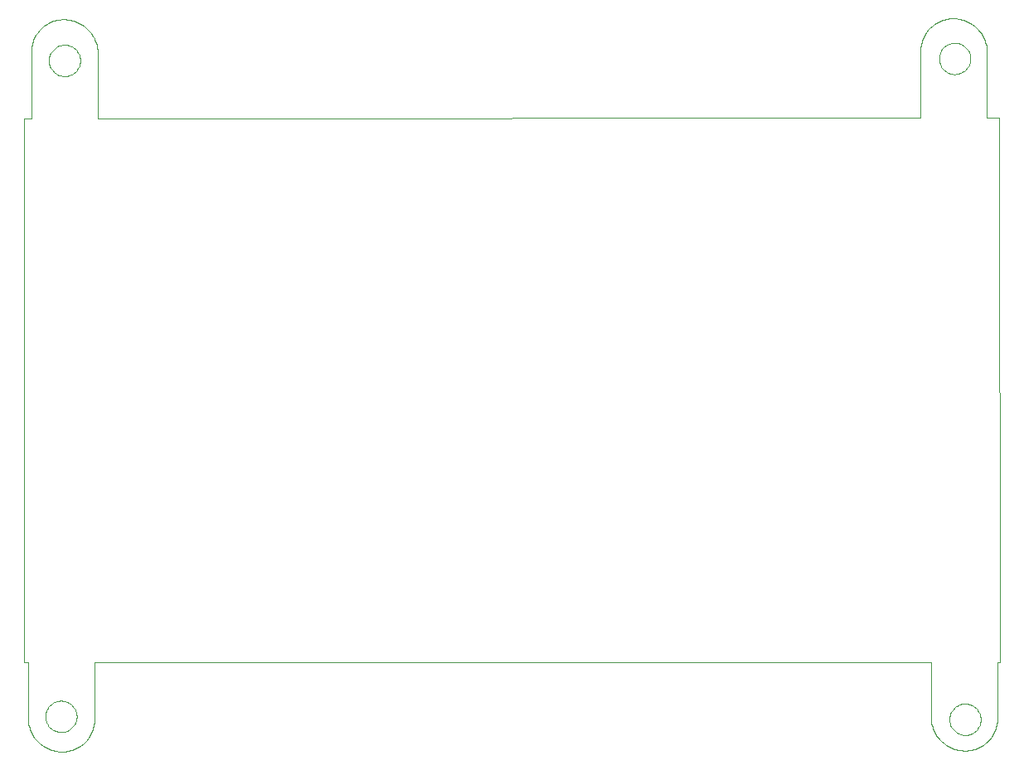
<source format=gbp>
G75*
G70*
%OFA0B0*%
%FSLAX24Y24*%
%IPPOS*%
%LPD*%
%AMOC8*
5,1,8,0,0,1.08239X$1,22.5*
%
%ADD10C,0.0000*%
D10*
X001652Y000107D02*
X001722Y000109D01*
X001792Y000115D01*
X001862Y000124D01*
X001931Y000137D01*
X002000Y000154D01*
X002067Y000175D01*
X002133Y000199D01*
X002197Y000227D01*
X002260Y000258D01*
X002322Y000293D01*
X002381Y000331D01*
X002438Y000372D01*
X002493Y000416D01*
X002545Y000463D01*
X002595Y000513D01*
X002642Y000565D01*
X002686Y000620D01*
X002727Y000677D01*
X002765Y000736D01*
X002800Y000798D01*
X002831Y000861D01*
X002859Y000925D01*
X002883Y000991D01*
X002904Y001058D01*
X002921Y001127D01*
X002934Y001196D01*
X002943Y001266D01*
X002949Y001336D01*
X002951Y001406D01*
X002951Y003690D01*
X036573Y003690D01*
X036573Y001524D01*
X036575Y001452D01*
X036581Y001380D01*
X036590Y001308D01*
X036603Y001237D01*
X036620Y001167D01*
X036640Y001098D01*
X036665Y001030D01*
X036692Y000964D01*
X036723Y000898D01*
X036758Y000835D01*
X036795Y000773D01*
X036836Y000714D01*
X036880Y000657D01*
X036927Y000602D01*
X036977Y000550D01*
X037029Y000500D01*
X037084Y000453D01*
X037141Y000409D01*
X037200Y000368D01*
X037262Y000331D01*
X037325Y000296D01*
X037391Y000265D01*
X037457Y000238D01*
X037525Y000213D01*
X037594Y000193D01*
X037664Y000176D01*
X037735Y000163D01*
X037807Y000154D01*
X037879Y000148D01*
X037951Y000146D01*
X037321Y001406D02*
X037323Y001456D01*
X037329Y001506D01*
X037339Y001555D01*
X037353Y001603D01*
X037370Y001650D01*
X037391Y001695D01*
X037416Y001739D01*
X037444Y001780D01*
X037476Y001819D01*
X037510Y001856D01*
X037547Y001890D01*
X037587Y001920D01*
X037629Y001947D01*
X037673Y001971D01*
X037719Y001992D01*
X037766Y002008D01*
X037814Y002021D01*
X037864Y002030D01*
X037913Y002035D01*
X037964Y002036D01*
X038014Y002033D01*
X038063Y002026D01*
X038112Y002015D01*
X038160Y002000D01*
X038206Y001982D01*
X038251Y001960D01*
X038294Y001934D01*
X038335Y001905D01*
X038374Y001873D01*
X038410Y001838D01*
X038442Y001800D01*
X038472Y001760D01*
X038499Y001717D01*
X038522Y001673D01*
X038541Y001627D01*
X038557Y001579D01*
X038569Y001530D01*
X038577Y001481D01*
X038581Y001431D01*
X038581Y001381D01*
X038577Y001331D01*
X038569Y001282D01*
X038557Y001233D01*
X038541Y001185D01*
X038522Y001139D01*
X038499Y001095D01*
X038472Y001052D01*
X038442Y001012D01*
X038410Y000974D01*
X038374Y000939D01*
X038335Y000907D01*
X038294Y000878D01*
X038251Y000852D01*
X038206Y000830D01*
X038160Y000812D01*
X038112Y000797D01*
X038063Y000786D01*
X038014Y000779D01*
X037964Y000776D01*
X037913Y000777D01*
X037864Y000782D01*
X037814Y000791D01*
X037766Y000804D01*
X037719Y000820D01*
X037673Y000841D01*
X037629Y000865D01*
X037587Y000892D01*
X037547Y000922D01*
X037510Y000956D01*
X037476Y000993D01*
X037444Y001032D01*
X037416Y001073D01*
X037391Y001117D01*
X037370Y001162D01*
X037353Y001209D01*
X037339Y001257D01*
X037329Y001306D01*
X037323Y001356D01*
X037321Y001406D01*
X037951Y000147D02*
X038021Y000149D01*
X038091Y000155D01*
X038161Y000164D01*
X038230Y000177D01*
X038299Y000194D01*
X038366Y000215D01*
X038432Y000239D01*
X038496Y000267D01*
X038559Y000298D01*
X038621Y000333D01*
X038680Y000371D01*
X038737Y000412D01*
X038792Y000456D01*
X038844Y000503D01*
X038894Y000553D01*
X038941Y000605D01*
X038985Y000660D01*
X039026Y000717D01*
X039064Y000776D01*
X039099Y000838D01*
X039130Y000901D01*
X039158Y000965D01*
X039182Y001031D01*
X039203Y001098D01*
X039220Y001167D01*
X039233Y001236D01*
X039242Y001306D01*
X039248Y001376D01*
X039250Y001446D01*
X039250Y003690D01*
X039349Y003690D01*
X039329Y025619D01*
X038837Y025619D01*
X038837Y028217D01*
X036907Y027981D02*
X036909Y028031D01*
X036915Y028081D01*
X036925Y028130D01*
X036939Y028178D01*
X036956Y028225D01*
X036977Y028270D01*
X037002Y028314D01*
X037030Y028355D01*
X037062Y028394D01*
X037096Y028431D01*
X037133Y028465D01*
X037173Y028495D01*
X037215Y028522D01*
X037259Y028546D01*
X037305Y028567D01*
X037352Y028583D01*
X037400Y028596D01*
X037450Y028605D01*
X037499Y028610D01*
X037550Y028611D01*
X037600Y028608D01*
X037649Y028601D01*
X037698Y028590D01*
X037746Y028575D01*
X037792Y028557D01*
X037837Y028535D01*
X037880Y028509D01*
X037921Y028480D01*
X037960Y028448D01*
X037996Y028413D01*
X038028Y028375D01*
X038058Y028335D01*
X038085Y028292D01*
X038108Y028248D01*
X038127Y028202D01*
X038143Y028154D01*
X038155Y028105D01*
X038163Y028056D01*
X038167Y028006D01*
X038167Y027956D01*
X038163Y027906D01*
X038155Y027857D01*
X038143Y027808D01*
X038127Y027760D01*
X038108Y027714D01*
X038085Y027670D01*
X038058Y027627D01*
X038028Y027587D01*
X037996Y027549D01*
X037960Y027514D01*
X037921Y027482D01*
X037880Y027453D01*
X037837Y027427D01*
X037792Y027405D01*
X037746Y027387D01*
X037698Y027372D01*
X037649Y027361D01*
X037600Y027354D01*
X037550Y027351D01*
X037499Y027352D01*
X037450Y027357D01*
X037400Y027366D01*
X037352Y027379D01*
X037305Y027395D01*
X037259Y027416D01*
X037215Y027440D01*
X037173Y027467D01*
X037133Y027497D01*
X037096Y027531D01*
X037062Y027568D01*
X037030Y027607D01*
X037002Y027648D01*
X036977Y027692D01*
X036956Y027737D01*
X036939Y027784D01*
X036925Y027832D01*
X036915Y027881D01*
X036909Y027931D01*
X036907Y027981D01*
X037459Y029595D02*
X037531Y029593D01*
X037603Y029587D01*
X037675Y029578D01*
X037746Y029565D01*
X037816Y029548D01*
X037885Y029528D01*
X037953Y029503D01*
X038019Y029476D01*
X038085Y029445D01*
X038148Y029410D01*
X038210Y029373D01*
X038269Y029332D01*
X038326Y029288D01*
X038381Y029241D01*
X038433Y029191D01*
X038483Y029139D01*
X038530Y029084D01*
X038574Y029027D01*
X038615Y028968D01*
X038652Y028906D01*
X038687Y028843D01*
X038718Y028777D01*
X038745Y028711D01*
X038770Y028643D01*
X038790Y028574D01*
X038807Y028504D01*
X038820Y028433D01*
X038829Y028361D01*
X038835Y028289D01*
X038837Y028217D01*
X037459Y029595D02*
X037389Y029593D01*
X037319Y029587D01*
X037249Y029578D01*
X037180Y029565D01*
X037111Y029548D01*
X037044Y029527D01*
X036978Y029503D01*
X036914Y029475D01*
X036851Y029444D01*
X036789Y029409D01*
X036730Y029371D01*
X036673Y029330D01*
X036618Y029286D01*
X036566Y029239D01*
X036516Y029189D01*
X036469Y029137D01*
X036425Y029082D01*
X036384Y029025D01*
X036346Y028966D01*
X036311Y028904D01*
X036280Y028841D01*
X036252Y028777D01*
X036228Y028711D01*
X036207Y028644D01*
X036190Y028575D01*
X036177Y028506D01*
X036168Y028436D01*
X036162Y028366D01*
X036160Y028296D01*
X036160Y025619D01*
X003089Y025580D01*
X003089Y028178D01*
X001120Y027902D02*
X001122Y027952D01*
X001128Y028002D01*
X001138Y028051D01*
X001152Y028099D01*
X001169Y028146D01*
X001190Y028191D01*
X001215Y028235D01*
X001243Y028276D01*
X001275Y028315D01*
X001309Y028352D01*
X001346Y028386D01*
X001386Y028416D01*
X001428Y028443D01*
X001472Y028467D01*
X001518Y028488D01*
X001565Y028504D01*
X001613Y028517D01*
X001663Y028526D01*
X001712Y028531D01*
X001763Y028532D01*
X001813Y028529D01*
X001862Y028522D01*
X001911Y028511D01*
X001959Y028496D01*
X002005Y028478D01*
X002050Y028456D01*
X002093Y028430D01*
X002134Y028401D01*
X002173Y028369D01*
X002209Y028334D01*
X002241Y028296D01*
X002271Y028256D01*
X002298Y028213D01*
X002321Y028169D01*
X002340Y028123D01*
X002356Y028075D01*
X002368Y028026D01*
X002376Y027977D01*
X002380Y027927D01*
X002380Y027877D01*
X002376Y027827D01*
X002368Y027778D01*
X002356Y027729D01*
X002340Y027681D01*
X002321Y027635D01*
X002298Y027591D01*
X002271Y027548D01*
X002241Y027508D01*
X002209Y027470D01*
X002173Y027435D01*
X002134Y027403D01*
X002093Y027374D01*
X002050Y027348D01*
X002005Y027326D01*
X001959Y027308D01*
X001911Y027293D01*
X001862Y027282D01*
X001813Y027275D01*
X001763Y027272D01*
X001712Y027273D01*
X001663Y027278D01*
X001613Y027287D01*
X001565Y027300D01*
X001518Y027316D01*
X001472Y027337D01*
X001428Y027361D01*
X001386Y027388D01*
X001346Y027418D01*
X001309Y027452D01*
X001275Y027489D01*
X001243Y027528D01*
X001215Y027569D01*
X001190Y027613D01*
X001169Y027658D01*
X001152Y027705D01*
X001138Y027753D01*
X001128Y027802D01*
X001122Y027852D01*
X001120Y027902D01*
X001711Y029556D02*
X001783Y029554D01*
X001855Y029548D01*
X001927Y029539D01*
X001998Y029526D01*
X002068Y029509D01*
X002137Y029489D01*
X002205Y029464D01*
X002271Y029437D01*
X002337Y029406D01*
X002400Y029371D01*
X002462Y029334D01*
X002521Y029293D01*
X002578Y029249D01*
X002633Y029202D01*
X002685Y029152D01*
X002735Y029100D01*
X002782Y029045D01*
X002826Y028988D01*
X002867Y028929D01*
X002904Y028867D01*
X002939Y028804D01*
X002970Y028738D01*
X002997Y028672D01*
X003022Y028604D01*
X003042Y028535D01*
X003059Y028465D01*
X003072Y028394D01*
X003081Y028322D01*
X003087Y028250D01*
X003089Y028178D01*
X001711Y029556D02*
X001641Y029554D01*
X001571Y029548D01*
X001501Y029539D01*
X001432Y029526D01*
X001363Y029509D01*
X001296Y029488D01*
X001230Y029464D01*
X001166Y029436D01*
X001103Y029405D01*
X001041Y029370D01*
X000982Y029332D01*
X000925Y029291D01*
X000870Y029247D01*
X000818Y029200D01*
X000768Y029150D01*
X000721Y029098D01*
X000677Y029043D01*
X000636Y028986D01*
X000598Y028927D01*
X000563Y028865D01*
X000532Y028802D01*
X000504Y028738D01*
X000480Y028672D01*
X000459Y028605D01*
X000442Y028536D01*
X000429Y028467D01*
X000420Y028397D01*
X000414Y028327D01*
X000412Y028257D01*
X000411Y028257D02*
X000411Y025580D01*
X000136Y025580D01*
X000136Y003690D01*
X000274Y003690D01*
X000274Y001485D01*
X000982Y001524D02*
X000984Y001574D01*
X000990Y001624D01*
X001000Y001673D01*
X001014Y001721D01*
X001031Y001768D01*
X001052Y001813D01*
X001077Y001857D01*
X001105Y001898D01*
X001137Y001937D01*
X001171Y001974D01*
X001208Y002008D01*
X001248Y002038D01*
X001290Y002065D01*
X001334Y002089D01*
X001380Y002110D01*
X001427Y002126D01*
X001475Y002139D01*
X001525Y002148D01*
X001574Y002153D01*
X001625Y002154D01*
X001675Y002151D01*
X001724Y002144D01*
X001773Y002133D01*
X001821Y002118D01*
X001867Y002100D01*
X001912Y002078D01*
X001955Y002052D01*
X001996Y002023D01*
X002035Y001991D01*
X002071Y001956D01*
X002103Y001918D01*
X002133Y001878D01*
X002160Y001835D01*
X002183Y001791D01*
X002202Y001745D01*
X002218Y001697D01*
X002230Y001648D01*
X002238Y001599D01*
X002242Y001549D01*
X002242Y001499D01*
X002238Y001449D01*
X002230Y001400D01*
X002218Y001351D01*
X002202Y001303D01*
X002183Y001257D01*
X002160Y001213D01*
X002133Y001170D01*
X002103Y001130D01*
X002071Y001092D01*
X002035Y001057D01*
X001996Y001025D01*
X001955Y000996D01*
X001912Y000970D01*
X001867Y000948D01*
X001821Y000930D01*
X001773Y000915D01*
X001724Y000904D01*
X001675Y000897D01*
X001625Y000894D01*
X001574Y000895D01*
X001525Y000900D01*
X001475Y000909D01*
X001427Y000922D01*
X001380Y000938D01*
X001334Y000959D01*
X001290Y000983D01*
X001248Y001010D01*
X001208Y001040D01*
X001171Y001074D01*
X001137Y001111D01*
X001105Y001150D01*
X001077Y001191D01*
X001052Y001235D01*
X001031Y001280D01*
X001014Y001327D01*
X001000Y001375D01*
X000990Y001424D01*
X000984Y001474D01*
X000982Y001524D01*
X000274Y001485D02*
X000276Y001413D01*
X000282Y001341D01*
X000291Y001269D01*
X000304Y001198D01*
X000321Y001128D01*
X000341Y001059D01*
X000366Y000991D01*
X000393Y000925D01*
X000424Y000859D01*
X000459Y000796D01*
X000496Y000734D01*
X000537Y000675D01*
X000581Y000618D01*
X000628Y000563D01*
X000678Y000511D01*
X000730Y000461D01*
X000785Y000414D01*
X000842Y000370D01*
X000901Y000329D01*
X000963Y000292D01*
X001026Y000257D01*
X001092Y000226D01*
X001158Y000199D01*
X001226Y000174D01*
X001295Y000154D01*
X001365Y000137D01*
X001436Y000124D01*
X001508Y000115D01*
X001580Y000109D01*
X001652Y000107D01*
M02*

</source>
